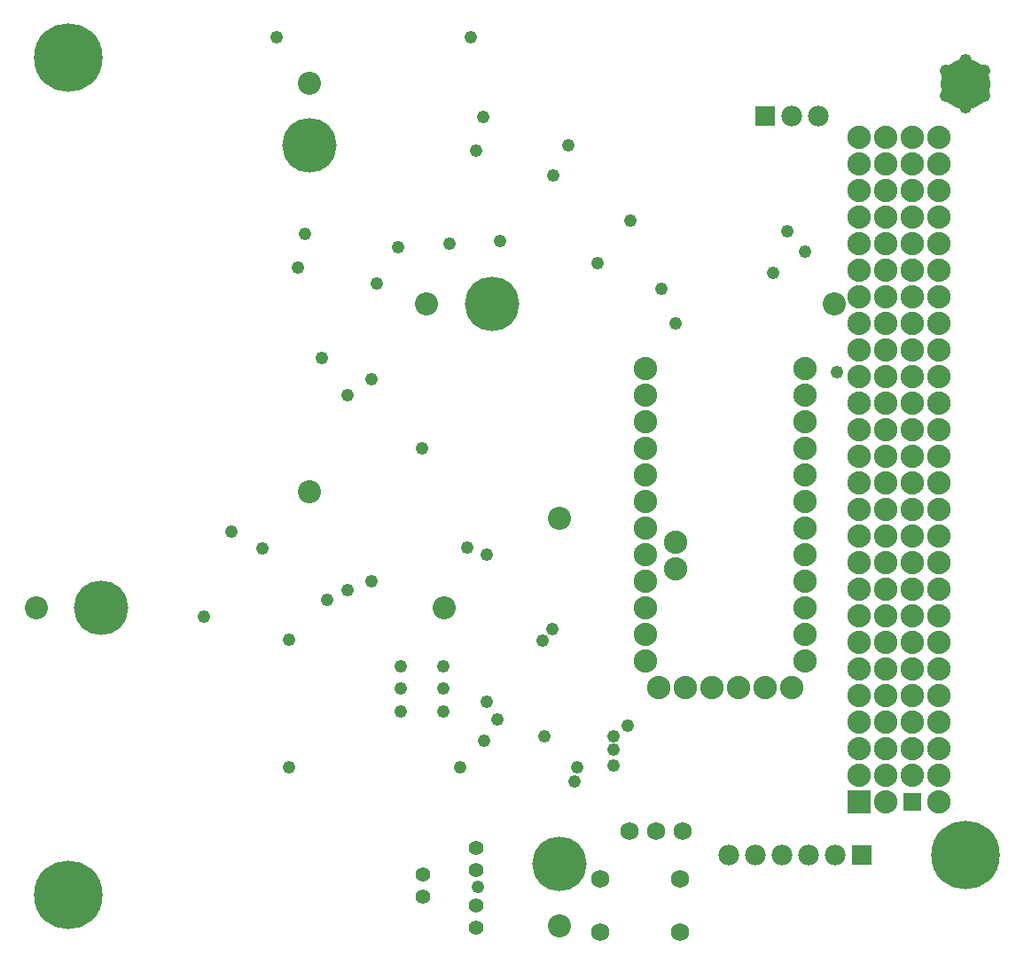
<source format=gbs>
G04 Layer_Color=16711935*
%FSLAX25Y25*%
%MOIN*%
G70*
G01*
G75*
%ADD52C,0.06800*%
%ADD53C,0.07800*%
%ADD54R,0.07800X0.07800*%
%ADD55C,0.05524*%
%ADD56C,0.08800*%
%ADD57R,0.08800X0.08800*%
%ADD58R,0.06800X0.06800*%
%ADD59C,0.20485*%
%ADD60C,0.08674*%
%ADD61C,0.04800*%
%ADD62C,0.25800*%
%ADD63C,0.18800*%
D52*
X251000Y44000D02*
D03*
X241000D02*
D03*
X231000D02*
D03*
X220000Y6000D02*
D03*
X250000D02*
D03*
X220000Y26000D02*
D03*
X250000D02*
D03*
D53*
X302000Y313000D02*
D03*
X292000Y313000D02*
D03*
X268500Y35000D02*
D03*
X278500Y35000D02*
D03*
X288500Y35000D02*
D03*
X308500Y35000D02*
D03*
X298500Y35000D02*
D03*
D54*
X282000Y313000D02*
D03*
X318500Y35000D02*
D03*
D55*
X173500Y16000D02*
D03*
Y7732D02*
D03*
Y37500D02*
D03*
Y29232D02*
D03*
X153500Y27500D02*
D03*
Y19232D02*
D03*
D56*
X297000Y108000D02*
D03*
Y118000D02*
D03*
Y128000D02*
D03*
Y138000D02*
D03*
Y148000D02*
D03*
Y158000D02*
D03*
Y168000D02*
D03*
Y178000D02*
D03*
Y188000D02*
D03*
Y198000D02*
D03*
Y208000D02*
D03*
Y218000D02*
D03*
X237000Y108000D02*
D03*
Y118000D02*
D03*
Y128000D02*
D03*
Y138000D02*
D03*
Y148000D02*
D03*
Y158000D02*
D03*
Y168000D02*
D03*
Y178000D02*
D03*
Y188000D02*
D03*
Y198000D02*
D03*
Y208000D02*
D03*
Y218000D02*
D03*
X248500Y142500D02*
D03*
Y152500D02*
D03*
X292000Y98000D02*
D03*
X282000D02*
D03*
X272000D02*
D03*
X262000D02*
D03*
X252000D02*
D03*
X242000D02*
D03*
X317500Y305000D02*
D03*
X327500D02*
D03*
Y295000D02*
D03*
X317500D02*
D03*
X327500Y285000D02*
D03*
X317500D02*
D03*
X327500Y275000D02*
D03*
X317500D02*
D03*
X327500Y265000D02*
D03*
X317500D02*
D03*
X327500Y255000D02*
D03*
X317500D02*
D03*
X327500Y245000D02*
D03*
X317500D02*
D03*
X327500Y235000D02*
D03*
X317500D02*
D03*
X327500Y225000D02*
D03*
X317500D02*
D03*
X327500Y215000D02*
D03*
X317500D02*
D03*
X327500Y205000D02*
D03*
X317500D02*
D03*
X327500Y195000D02*
D03*
X317500D02*
D03*
X327500Y185000D02*
D03*
X317500D02*
D03*
X327500Y175000D02*
D03*
X317500D02*
D03*
X327500Y165000D02*
D03*
X317500D02*
D03*
X327500Y155000D02*
D03*
X317500D02*
D03*
X327500Y145000D02*
D03*
X317500D02*
D03*
X327500Y135000D02*
D03*
X317500D02*
D03*
X327500Y125000D02*
D03*
X317500D02*
D03*
X327500Y115000D02*
D03*
X317500D02*
D03*
X327500Y105000D02*
D03*
X317500D02*
D03*
X327500Y95000D02*
D03*
X317500D02*
D03*
X327500Y85000D02*
D03*
X317500D02*
D03*
X327500Y75000D02*
D03*
X317500D02*
D03*
X327500Y65000D02*
D03*
X317500D02*
D03*
X327500Y55000D02*
D03*
X337500Y305000D02*
D03*
X347500D02*
D03*
Y295000D02*
D03*
X337500D02*
D03*
X347500Y285000D02*
D03*
X337500D02*
D03*
X347500Y275000D02*
D03*
X337500D02*
D03*
X347500Y265000D02*
D03*
X337500D02*
D03*
X347500Y255000D02*
D03*
X337500D02*
D03*
X347500Y245000D02*
D03*
X337500D02*
D03*
X347500Y235000D02*
D03*
X337500D02*
D03*
X347500Y225000D02*
D03*
X337500D02*
D03*
X347500Y215000D02*
D03*
X337500D02*
D03*
X347500Y205000D02*
D03*
X337500D02*
D03*
X347500Y195000D02*
D03*
X337500D02*
D03*
X347500Y185000D02*
D03*
X337500D02*
D03*
X347500Y175000D02*
D03*
X337500D02*
D03*
X347500Y165000D02*
D03*
X337500D02*
D03*
X347500Y155000D02*
D03*
X337500D02*
D03*
X347500Y145000D02*
D03*
X337500D02*
D03*
X347500Y135000D02*
D03*
X337500D02*
D03*
X347500Y125000D02*
D03*
X337500D02*
D03*
X347500Y115000D02*
D03*
X337500D02*
D03*
X347500Y105000D02*
D03*
X337500D02*
D03*
X347500Y95000D02*
D03*
X337500D02*
D03*
X347500Y85000D02*
D03*
X337500D02*
D03*
X347500Y75000D02*
D03*
X337500D02*
D03*
X347500Y65000D02*
D03*
X337500D02*
D03*
X347500Y55000D02*
D03*
D57*
X317500D02*
D03*
D58*
X337500D02*
D03*
D59*
X204842Y31496D02*
D03*
X179500Y242284D02*
D03*
X110827Y302000D02*
D03*
X32500Y127953D02*
D03*
D60*
X161417Y127953D02*
D03*
X7874D02*
D03*
X110827Y171653D02*
D03*
Y325197D02*
D03*
X154606Y242284D02*
D03*
X308150D02*
D03*
X204842Y161772D02*
D03*
Y8228D02*
D03*
D61*
X20000Y344400D02*
D03*
Y325400D02*
D03*
X28000Y339900D02*
D03*
Y329900D02*
D03*
X12000Y339900D02*
D03*
Y329900D02*
D03*
X20000Y29500D02*
D03*
Y10500D02*
D03*
X28000Y25000D02*
D03*
Y15000D02*
D03*
X12000Y25000D02*
D03*
Y15000D02*
D03*
X357500Y44500D02*
D03*
Y25500D02*
D03*
X365500Y40000D02*
D03*
Y30000D02*
D03*
X349500Y40000D02*
D03*
Y30000D02*
D03*
X181228Y86000D02*
D03*
X176228Y78000D02*
D03*
X71000Y124500D02*
D03*
X117500Y131000D02*
D03*
X81500Y156500D02*
D03*
X176000Y312500D02*
D03*
X182500Y266000D02*
D03*
X208000Y302000D02*
D03*
X109000Y268500D02*
D03*
X136000Y250000D02*
D03*
X115500Y222000D02*
D03*
X199000Y79500D02*
D03*
X198228Y115500D02*
D03*
X202000Y120000D02*
D03*
X225000Y79500D02*
D03*
X230500Y83500D02*
D03*
X93109Y150451D02*
D03*
X173437Y299937D02*
D03*
X171500Y342500D02*
D03*
X106500Y256000D02*
D03*
X98484Y342484D02*
D03*
X103000Y116000D02*
D03*
X210500Y62500D02*
D03*
X211500Y68000D02*
D03*
X167500D02*
D03*
X103000D02*
D03*
X297000Y262000D02*
D03*
X125000Y208000D02*
D03*
Y134500D02*
D03*
X225000Y74500D02*
D03*
X170000Y150500D02*
D03*
X290500Y269500D02*
D03*
X144000Y263500D02*
D03*
X219000Y257500D02*
D03*
X285000Y254000D02*
D03*
X177500Y148000D02*
D03*
Y92500D02*
D03*
X134000Y138000D02*
D03*
Y214000D02*
D03*
X163500Y265000D02*
D03*
X309000Y216500D02*
D03*
X248500Y235000D02*
D03*
X243000Y248000D02*
D03*
X153000Y188000D02*
D03*
X174000Y23000D02*
D03*
X225000Y68500D02*
D03*
X231500Y273500D02*
D03*
X202500Y290500D02*
D03*
X161000Y106000D02*
D03*
X145000D02*
D03*
Y97500D02*
D03*
X161000D02*
D03*
X145000Y89000D02*
D03*
X161000D02*
D03*
X350000Y330000D02*
D03*
Y320500D02*
D03*
X364500Y330000D02*
D03*
Y320500D02*
D03*
X357500Y334000D02*
D03*
Y316400D02*
D03*
D62*
Y35000D02*
D03*
X20000Y20000D02*
D03*
Y335000D02*
D03*
D63*
X357500Y325000D02*
D03*
M02*

</source>
